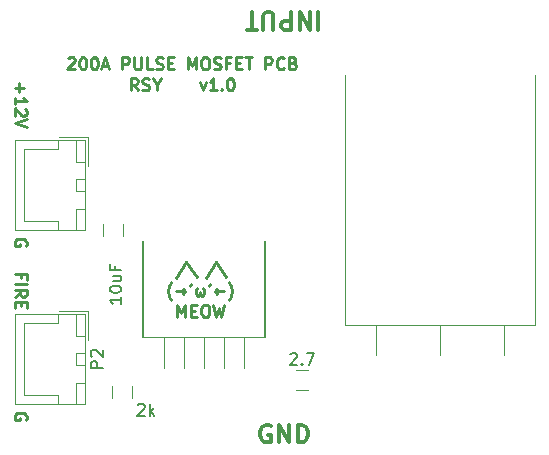
<source format=gto>
G04 #@! TF.FileFunction,Legend,Top*
%FSLAX46Y46*%
G04 Gerber Fmt 4.6, Leading zero omitted, Abs format (unit mm)*
G04 Created by KiCad (PCBNEW 4.0.4-stable) date 04/13/19 01:51:21*
%MOMM*%
%LPD*%
G01*
G04 APERTURE LIST*
%ADD10C,0.100000*%
%ADD11C,0.254000*%
%ADD12C,0.300000*%
%ADD13C,0.120000*%
%ADD14C,0.150000*%
G04 APERTURE END LIST*
D10*
D11*
X142094858Y-97693238D02*
X141224001Y-98999524D01*
X142094858Y-97644857D02*
X142965715Y-98951143D01*
X144610667Y-97693238D02*
X143739810Y-98999524D01*
X144610667Y-97644857D02*
X145481524Y-98951143D01*
X140836952Y-100922667D02*
X140788572Y-100874286D01*
X140691810Y-100729143D01*
X140643429Y-100632381D01*
X140595048Y-100487238D01*
X140546667Y-100245333D01*
X140546667Y-100051810D01*
X140595048Y-99809905D01*
X140643429Y-99664762D01*
X140691810Y-99568000D01*
X140788572Y-99422857D01*
X140836952Y-99374476D01*
X141224000Y-100148571D02*
X141998095Y-100148571D01*
X141804571Y-100342095D02*
X141998095Y-100148571D01*
X141804571Y-99955048D01*
X142530286Y-99519619D02*
X142433524Y-99713143D01*
X143256000Y-100196952D02*
X143256000Y-100390476D01*
X143014096Y-99858286D02*
X142965715Y-99906667D01*
X142917334Y-100003429D01*
X142917334Y-100390476D01*
X142965715Y-100487238D01*
X143062477Y-100535619D01*
X143110858Y-100535619D01*
X143207620Y-100487238D01*
X143256000Y-100390476D01*
X143304381Y-100487238D01*
X143401143Y-100535619D01*
X143449524Y-100535619D01*
X143546286Y-100487238D01*
X143594667Y-100390476D01*
X143594667Y-100003429D01*
X143546286Y-99906667D01*
X143497905Y-99858286D01*
X144078477Y-99519619D02*
X143981715Y-99713143D01*
X145288001Y-100148571D02*
X144513906Y-100148571D01*
X144707430Y-100342095D02*
X144513906Y-100148571D01*
X144707430Y-99955048D01*
X145675049Y-100922667D02*
X145723430Y-100874286D01*
X145820192Y-100729143D01*
X145868573Y-100632381D01*
X145916954Y-100487238D01*
X145965335Y-100245333D01*
X145965335Y-100051810D01*
X145916954Y-99809905D01*
X145868573Y-99664762D01*
X145820192Y-99568000D01*
X145723430Y-99422857D01*
X145675049Y-99374476D01*
X141344953Y-102313619D02*
X141344953Y-101297619D01*
X141683619Y-102023333D01*
X142022286Y-101297619D01*
X142022286Y-102313619D01*
X142506096Y-101781429D02*
X142844762Y-101781429D01*
X142989905Y-102313619D02*
X142506096Y-102313619D01*
X142506096Y-101297619D01*
X142989905Y-101297619D01*
X143618858Y-101297619D02*
X143812381Y-101297619D01*
X143909143Y-101346000D01*
X144005905Y-101442762D01*
X144054286Y-101636286D01*
X144054286Y-101974952D01*
X144005905Y-102168476D01*
X143909143Y-102265238D01*
X143812381Y-102313619D01*
X143618858Y-102313619D01*
X143522096Y-102265238D01*
X143425334Y-102168476D01*
X143376953Y-101974952D01*
X143376953Y-101636286D01*
X143425334Y-101442762D01*
X143522096Y-101346000D01*
X143618858Y-101297619D01*
X144392953Y-101297619D02*
X144634858Y-102313619D01*
X144828381Y-101587905D01*
X145021905Y-102313619D01*
X145263810Y-101297619D01*
X132080001Y-80439381D02*
X132128382Y-80391000D01*
X132225144Y-80342619D01*
X132467048Y-80342619D01*
X132563810Y-80391000D01*
X132612191Y-80439381D01*
X132660572Y-80536143D01*
X132660572Y-80632905D01*
X132612191Y-80778048D01*
X132031620Y-81358619D01*
X132660572Y-81358619D01*
X133289525Y-80342619D02*
X133386286Y-80342619D01*
X133483048Y-80391000D01*
X133531429Y-80439381D01*
X133579810Y-80536143D01*
X133628191Y-80729667D01*
X133628191Y-80971571D01*
X133579810Y-81165095D01*
X133531429Y-81261857D01*
X133483048Y-81310238D01*
X133386286Y-81358619D01*
X133289525Y-81358619D01*
X133192763Y-81310238D01*
X133144382Y-81261857D01*
X133096001Y-81165095D01*
X133047620Y-80971571D01*
X133047620Y-80729667D01*
X133096001Y-80536143D01*
X133144382Y-80439381D01*
X133192763Y-80391000D01*
X133289525Y-80342619D01*
X134257144Y-80342619D02*
X134353905Y-80342619D01*
X134450667Y-80391000D01*
X134499048Y-80439381D01*
X134547429Y-80536143D01*
X134595810Y-80729667D01*
X134595810Y-80971571D01*
X134547429Y-81165095D01*
X134499048Y-81261857D01*
X134450667Y-81310238D01*
X134353905Y-81358619D01*
X134257144Y-81358619D01*
X134160382Y-81310238D01*
X134112001Y-81261857D01*
X134063620Y-81165095D01*
X134015239Y-80971571D01*
X134015239Y-80729667D01*
X134063620Y-80536143D01*
X134112001Y-80439381D01*
X134160382Y-80391000D01*
X134257144Y-80342619D01*
X134982858Y-81068333D02*
X135466667Y-81068333D01*
X134886096Y-81358619D02*
X135224763Y-80342619D01*
X135563429Y-81358619D01*
X136676191Y-81358619D02*
X136676191Y-80342619D01*
X137063238Y-80342619D01*
X137160000Y-80391000D01*
X137208381Y-80439381D01*
X137256762Y-80536143D01*
X137256762Y-80681286D01*
X137208381Y-80778048D01*
X137160000Y-80826429D01*
X137063238Y-80874810D01*
X136676191Y-80874810D01*
X137692191Y-80342619D02*
X137692191Y-81165095D01*
X137740572Y-81261857D01*
X137788953Y-81310238D01*
X137885715Y-81358619D01*
X138079238Y-81358619D01*
X138176000Y-81310238D01*
X138224381Y-81261857D01*
X138272762Y-81165095D01*
X138272762Y-80342619D01*
X139240381Y-81358619D02*
X138756572Y-81358619D01*
X138756572Y-80342619D01*
X139530667Y-81310238D02*
X139675810Y-81358619D01*
X139917714Y-81358619D01*
X140014476Y-81310238D01*
X140062857Y-81261857D01*
X140111238Y-81165095D01*
X140111238Y-81068333D01*
X140062857Y-80971571D01*
X140014476Y-80923190D01*
X139917714Y-80874810D01*
X139724191Y-80826429D01*
X139627429Y-80778048D01*
X139579048Y-80729667D01*
X139530667Y-80632905D01*
X139530667Y-80536143D01*
X139579048Y-80439381D01*
X139627429Y-80391000D01*
X139724191Y-80342619D01*
X139966095Y-80342619D01*
X140111238Y-80391000D01*
X140546667Y-80826429D02*
X140885333Y-80826429D01*
X141030476Y-81358619D02*
X140546667Y-81358619D01*
X140546667Y-80342619D01*
X141030476Y-80342619D01*
X142240000Y-81358619D02*
X142240000Y-80342619D01*
X142578666Y-81068333D01*
X142917333Y-80342619D01*
X142917333Y-81358619D01*
X143594667Y-80342619D02*
X143788190Y-80342619D01*
X143884952Y-80391000D01*
X143981714Y-80487762D01*
X144030095Y-80681286D01*
X144030095Y-81019952D01*
X143981714Y-81213476D01*
X143884952Y-81310238D01*
X143788190Y-81358619D01*
X143594667Y-81358619D01*
X143497905Y-81310238D01*
X143401143Y-81213476D01*
X143352762Y-81019952D01*
X143352762Y-80681286D01*
X143401143Y-80487762D01*
X143497905Y-80391000D01*
X143594667Y-80342619D01*
X144417143Y-81310238D02*
X144562286Y-81358619D01*
X144804190Y-81358619D01*
X144900952Y-81310238D01*
X144949333Y-81261857D01*
X144997714Y-81165095D01*
X144997714Y-81068333D01*
X144949333Y-80971571D01*
X144900952Y-80923190D01*
X144804190Y-80874810D01*
X144610667Y-80826429D01*
X144513905Y-80778048D01*
X144465524Y-80729667D01*
X144417143Y-80632905D01*
X144417143Y-80536143D01*
X144465524Y-80439381D01*
X144513905Y-80391000D01*
X144610667Y-80342619D01*
X144852571Y-80342619D01*
X144997714Y-80391000D01*
X145771809Y-80826429D02*
X145433143Y-80826429D01*
X145433143Y-81358619D02*
X145433143Y-80342619D01*
X145916952Y-80342619D01*
X146304000Y-80826429D02*
X146642666Y-80826429D01*
X146787809Y-81358619D02*
X146304000Y-81358619D01*
X146304000Y-80342619D01*
X146787809Y-80342619D01*
X147078095Y-80342619D02*
X147658666Y-80342619D01*
X147368381Y-81358619D02*
X147368381Y-80342619D01*
X148771428Y-81358619D02*
X148771428Y-80342619D01*
X149158475Y-80342619D01*
X149255237Y-80391000D01*
X149303618Y-80439381D01*
X149351999Y-80536143D01*
X149351999Y-80681286D01*
X149303618Y-80778048D01*
X149255237Y-80826429D01*
X149158475Y-80874810D01*
X148771428Y-80874810D01*
X150367999Y-81261857D02*
X150319618Y-81310238D01*
X150174475Y-81358619D01*
X150077713Y-81358619D01*
X149932571Y-81310238D01*
X149835809Y-81213476D01*
X149787428Y-81116714D01*
X149739047Y-80923190D01*
X149739047Y-80778048D01*
X149787428Y-80584524D01*
X149835809Y-80487762D01*
X149932571Y-80391000D01*
X150077713Y-80342619D01*
X150174475Y-80342619D01*
X150319618Y-80391000D01*
X150367999Y-80439381D01*
X151142094Y-80826429D02*
X151287237Y-80874810D01*
X151335618Y-80923190D01*
X151383999Y-81019952D01*
X151383999Y-81165095D01*
X151335618Y-81261857D01*
X151287237Y-81310238D01*
X151190475Y-81358619D01*
X150803428Y-81358619D01*
X150803428Y-80342619D01*
X151142094Y-80342619D01*
X151238856Y-80391000D01*
X151287237Y-80439381D01*
X151335618Y-80536143D01*
X151335618Y-80632905D01*
X151287237Y-80729667D01*
X151238856Y-80778048D01*
X151142094Y-80826429D01*
X150803428Y-80826429D01*
X137982477Y-83136619D02*
X137643811Y-82652810D01*
X137401906Y-83136619D02*
X137401906Y-82120619D01*
X137788953Y-82120619D01*
X137885715Y-82169000D01*
X137934096Y-82217381D01*
X137982477Y-82314143D01*
X137982477Y-82459286D01*
X137934096Y-82556048D01*
X137885715Y-82604429D01*
X137788953Y-82652810D01*
X137401906Y-82652810D01*
X138369525Y-83088238D02*
X138514668Y-83136619D01*
X138756572Y-83136619D01*
X138853334Y-83088238D01*
X138901715Y-83039857D01*
X138950096Y-82943095D01*
X138950096Y-82846333D01*
X138901715Y-82749571D01*
X138853334Y-82701190D01*
X138756572Y-82652810D01*
X138563049Y-82604429D01*
X138466287Y-82556048D01*
X138417906Y-82507667D01*
X138369525Y-82410905D01*
X138369525Y-82314143D01*
X138417906Y-82217381D01*
X138466287Y-82169000D01*
X138563049Y-82120619D01*
X138804953Y-82120619D01*
X138950096Y-82169000D01*
X139579049Y-82652810D02*
X139579049Y-83136619D01*
X139240382Y-82120619D02*
X139579049Y-82652810D01*
X139917715Y-82120619D01*
X143256000Y-82459286D02*
X143497905Y-83136619D01*
X143739809Y-82459286D01*
X144659047Y-83136619D02*
X144078476Y-83136619D01*
X144368762Y-83136619D02*
X144368762Y-82120619D01*
X144272000Y-82265762D01*
X144175238Y-82362524D01*
X144078476Y-82410905D01*
X145094476Y-83039857D02*
X145142857Y-83088238D01*
X145094476Y-83136619D01*
X145046095Y-83088238D01*
X145094476Y-83039857D01*
X145094476Y-83136619D01*
X145771810Y-82120619D02*
X145868571Y-82120619D01*
X145965333Y-82169000D01*
X146013714Y-82217381D01*
X146062095Y-82314143D01*
X146110476Y-82507667D01*
X146110476Y-82749571D01*
X146062095Y-82943095D01*
X146013714Y-83039857D01*
X145965333Y-83088238D01*
X145868571Y-83136619D01*
X145771810Y-83136619D01*
X145675048Y-83088238D01*
X145626667Y-83039857D01*
X145578286Y-82943095D01*
X145529905Y-82749571D01*
X145529905Y-82507667D01*
X145578286Y-82314143D01*
X145626667Y-82217381D01*
X145675048Y-82169000D01*
X145771810Y-82120619D01*
X127943429Y-82537905D02*
X127943429Y-83312000D01*
X127556381Y-82924952D02*
X128330476Y-82924952D01*
X127556381Y-84328000D02*
X127556381Y-83747429D01*
X127556381Y-84037715D02*
X128572381Y-84037715D01*
X128427238Y-83940953D01*
X128330476Y-83844191D01*
X128282095Y-83747429D01*
X128475619Y-84715048D02*
X128524000Y-84763429D01*
X128572381Y-84860191D01*
X128572381Y-85102095D01*
X128524000Y-85198857D01*
X128475619Y-85247238D01*
X128378857Y-85295619D01*
X128282095Y-85295619D01*
X128136952Y-85247238D01*
X127556381Y-84666667D01*
X127556381Y-85295619D01*
X128572381Y-85585905D02*
X127556381Y-85924572D01*
X128572381Y-86263238D01*
X128524000Y-96278095D02*
X128572381Y-96181333D01*
X128572381Y-96036190D01*
X128524000Y-95891048D01*
X128427238Y-95794286D01*
X128330476Y-95745905D01*
X128136952Y-95697524D01*
X127991810Y-95697524D01*
X127798286Y-95745905D01*
X127701524Y-95794286D01*
X127604762Y-95891048D01*
X127556381Y-96036190D01*
X127556381Y-96132952D01*
X127604762Y-96278095D01*
X127653143Y-96326476D01*
X127991810Y-96326476D01*
X127991810Y-96132952D01*
X128524000Y-111010095D02*
X128572381Y-110913333D01*
X128572381Y-110768190D01*
X128524000Y-110623048D01*
X128427238Y-110526286D01*
X128330476Y-110477905D01*
X128136952Y-110429524D01*
X127991810Y-110429524D01*
X127798286Y-110477905D01*
X127701524Y-110526286D01*
X127604762Y-110623048D01*
X127556381Y-110768190D01*
X127556381Y-110864952D01*
X127604762Y-111010095D01*
X127653143Y-111058476D01*
X127991810Y-111058476D01*
X127991810Y-110864952D01*
X128088571Y-99011619D02*
X128088571Y-98672953D01*
X127556381Y-98672953D02*
X128572381Y-98672953D01*
X128572381Y-99156762D01*
X127556381Y-99543810D02*
X128572381Y-99543810D01*
X127556381Y-100608191D02*
X128040190Y-100269525D01*
X127556381Y-100027620D02*
X128572381Y-100027620D01*
X128572381Y-100414667D01*
X128524000Y-100511429D01*
X128475619Y-100559810D01*
X128378857Y-100608191D01*
X128233714Y-100608191D01*
X128136952Y-100559810D01*
X128088571Y-100511429D01*
X128040190Y-100414667D01*
X128040190Y-100027620D01*
X128088571Y-101043620D02*
X128088571Y-101382286D01*
X127556381Y-101527429D02*
X127556381Y-101043620D01*
X128572381Y-101043620D01*
X128572381Y-101527429D01*
D12*
X149225143Y-111518000D02*
X149082286Y-111446571D01*
X148868000Y-111446571D01*
X148653715Y-111518000D01*
X148510857Y-111660857D01*
X148439429Y-111803714D01*
X148368000Y-112089429D01*
X148368000Y-112303714D01*
X148439429Y-112589429D01*
X148510857Y-112732286D01*
X148653715Y-112875143D01*
X148868000Y-112946571D01*
X149010857Y-112946571D01*
X149225143Y-112875143D01*
X149296572Y-112803714D01*
X149296572Y-112303714D01*
X149010857Y-112303714D01*
X149939429Y-112946571D02*
X149939429Y-111446571D01*
X150796572Y-112946571D01*
X150796572Y-111446571D01*
X151510858Y-112946571D02*
X151510858Y-111446571D01*
X151868001Y-111446571D01*
X152082286Y-111518000D01*
X152225144Y-111660857D01*
X152296572Y-111803714D01*
X152368001Y-112089429D01*
X152368001Y-112303714D01*
X152296572Y-112589429D01*
X152225144Y-112732286D01*
X152082286Y-112875143D01*
X151868001Y-112946571D01*
X151510858Y-112946571D01*
X153260857Y-76537429D02*
X153260857Y-78037429D01*
X152546571Y-76537429D02*
X152546571Y-78037429D01*
X151689428Y-76537429D01*
X151689428Y-78037429D01*
X150975142Y-76537429D02*
X150975142Y-78037429D01*
X150403714Y-78037429D01*
X150260856Y-77966000D01*
X150189428Y-77894571D01*
X150117999Y-77751714D01*
X150117999Y-77537429D01*
X150189428Y-77394571D01*
X150260856Y-77323143D01*
X150403714Y-77251714D01*
X150975142Y-77251714D01*
X149475142Y-78037429D02*
X149475142Y-76823143D01*
X149403714Y-76680286D01*
X149332285Y-76608857D01*
X149189428Y-76537429D01*
X148903714Y-76537429D01*
X148760856Y-76608857D01*
X148689428Y-76680286D01*
X148617999Y-76823143D01*
X148617999Y-78037429D01*
X148117999Y-78037429D02*
X147260856Y-78037429D01*
X147689427Y-76537429D02*
X147689427Y-78037429D01*
D13*
X151392000Y-108546000D02*
X152392000Y-108546000D01*
X152392000Y-106846000D02*
X151392000Y-106846000D01*
X135802000Y-108212000D02*
X135802000Y-109212000D01*
X137502000Y-109212000D02*
X137502000Y-108212000D01*
X133514000Y-102098000D02*
X127564000Y-102098000D01*
X127564000Y-102098000D02*
X127564000Y-109698000D01*
X127564000Y-109698000D02*
X133514000Y-109698000D01*
X133514000Y-109698000D02*
X133514000Y-102098000D01*
X133514000Y-105398000D02*
X132764000Y-105398000D01*
X132764000Y-105398000D02*
X132764000Y-106398000D01*
X132764000Y-106398000D02*
X133514000Y-106398000D01*
X133514000Y-106398000D02*
X133514000Y-105398000D01*
X133514000Y-102098000D02*
X132764000Y-102098000D01*
X132764000Y-102098000D02*
X132764000Y-103898000D01*
X132764000Y-103898000D02*
X133514000Y-103898000D01*
X133514000Y-103898000D02*
X133514000Y-102098000D01*
X133514000Y-107898000D02*
X132764000Y-107898000D01*
X132764000Y-107898000D02*
X132764000Y-109698000D01*
X132764000Y-109698000D02*
X133514000Y-109698000D01*
X133514000Y-109698000D02*
X133514000Y-107898000D01*
X131264000Y-102098000D02*
X131264000Y-102848000D01*
X131264000Y-102848000D02*
X128314000Y-102848000D01*
X128314000Y-102848000D02*
X128314000Y-105898000D01*
X131264000Y-109698000D02*
X131264000Y-108948000D01*
X131264000Y-108948000D02*
X128314000Y-108948000D01*
X128314000Y-108948000D02*
X128314000Y-105898000D01*
X133814000Y-104298000D02*
X133814000Y-101798000D01*
X133814000Y-101798000D02*
X131314000Y-101798000D01*
X133514000Y-87366000D02*
X127564000Y-87366000D01*
X127564000Y-87366000D02*
X127564000Y-94966000D01*
X127564000Y-94966000D02*
X133514000Y-94966000D01*
X133514000Y-94966000D02*
X133514000Y-87366000D01*
X133514000Y-90666000D02*
X132764000Y-90666000D01*
X132764000Y-90666000D02*
X132764000Y-91666000D01*
X132764000Y-91666000D02*
X133514000Y-91666000D01*
X133514000Y-91666000D02*
X133514000Y-90666000D01*
X133514000Y-87366000D02*
X132764000Y-87366000D01*
X132764000Y-87366000D02*
X132764000Y-89166000D01*
X132764000Y-89166000D02*
X133514000Y-89166000D01*
X133514000Y-89166000D02*
X133514000Y-87366000D01*
X133514000Y-93166000D02*
X132764000Y-93166000D01*
X132764000Y-93166000D02*
X132764000Y-94966000D01*
X132764000Y-94966000D02*
X133514000Y-94966000D01*
X133514000Y-94966000D02*
X133514000Y-93166000D01*
X131264000Y-87366000D02*
X131264000Y-88116000D01*
X131264000Y-88116000D02*
X128314000Y-88116000D01*
X128314000Y-88116000D02*
X128314000Y-91166000D01*
X131264000Y-94966000D02*
X131264000Y-94216000D01*
X131264000Y-94216000D02*
X128314000Y-94216000D01*
X128314000Y-94216000D02*
X128314000Y-91166000D01*
X133814000Y-89566000D02*
X133814000Y-87066000D01*
X133814000Y-87066000D02*
X131314000Y-87066000D01*
X136740000Y-95496000D02*
X136740000Y-94496000D01*
X135040000Y-94496000D02*
X135040000Y-95496000D01*
D14*
X138430000Y-104013000D02*
X138430000Y-95885000D01*
X148717000Y-104013000D02*
X148717000Y-95885000D01*
D13*
X138487000Y-104006000D02*
X148728000Y-104006000D01*
X140208000Y-104006000D02*
X140208000Y-106646000D01*
X141908000Y-104006000D02*
X141908000Y-106646000D01*
X143608000Y-104006000D02*
X143608000Y-106646000D01*
X145308000Y-104006000D02*
X145308000Y-106646000D01*
X147008000Y-104006000D02*
X147008000Y-106646000D01*
X155495000Y-102990000D02*
X171635000Y-102990000D01*
X155495000Y-81800000D02*
X155495000Y-102990000D01*
X171635000Y-81800000D02*
X171635000Y-102990000D01*
X158115000Y-102990000D02*
X158115000Y-105550000D01*
X163565000Y-102990000D02*
X163565000Y-105550000D01*
X169015000Y-102990000D02*
X169015000Y-105550000D01*
D14*
X150892000Y-105493619D02*
X150939619Y-105446000D01*
X151034857Y-105398381D01*
X151272953Y-105398381D01*
X151368191Y-105446000D01*
X151415810Y-105493619D01*
X151463429Y-105588857D01*
X151463429Y-105684095D01*
X151415810Y-105826952D01*
X150844381Y-106398381D01*
X151463429Y-106398381D01*
X151892000Y-106303143D02*
X151939619Y-106350762D01*
X151892000Y-106398381D01*
X151844381Y-106350762D01*
X151892000Y-106303143D01*
X151892000Y-106398381D01*
X152272952Y-105398381D02*
X152939619Y-105398381D01*
X152511047Y-106398381D01*
X137993524Y-109783619D02*
X138041143Y-109736000D01*
X138136381Y-109688381D01*
X138374477Y-109688381D01*
X138469715Y-109736000D01*
X138517334Y-109783619D01*
X138564953Y-109878857D01*
X138564953Y-109974095D01*
X138517334Y-110116952D01*
X137945905Y-110688381D01*
X138564953Y-110688381D01*
X138993524Y-110688381D02*
X138993524Y-109688381D01*
X139088762Y-110307429D02*
X139374477Y-110688381D01*
X139374477Y-110021714D02*
X138993524Y-110402667D01*
X135016381Y-106636095D02*
X134016381Y-106636095D01*
X134016381Y-106255142D01*
X134064000Y-106159904D01*
X134111619Y-106112285D01*
X134206857Y-106064666D01*
X134349714Y-106064666D01*
X134444952Y-106112285D01*
X134492571Y-106159904D01*
X134540190Y-106255142D01*
X134540190Y-106636095D01*
X134111619Y-105683714D02*
X134064000Y-105636095D01*
X134016381Y-105540857D01*
X134016381Y-105302761D01*
X134064000Y-105207523D01*
X134111619Y-105159904D01*
X134206857Y-105112285D01*
X134302095Y-105112285D01*
X134444952Y-105159904D01*
X135016381Y-105731333D01*
X135016381Y-105112285D01*
X136596381Y-100639428D02*
X136596381Y-101210857D01*
X136596381Y-100925143D02*
X135596381Y-100925143D01*
X135739238Y-101020381D01*
X135834476Y-101115619D01*
X135882095Y-101210857D01*
X135596381Y-100020381D02*
X135596381Y-99925142D01*
X135644000Y-99829904D01*
X135691619Y-99782285D01*
X135786857Y-99734666D01*
X135977333Y-99687047D01*
X136215429Y-99687047D01*
X136405905Y-99734666D01*
X136501143Y-99782285D01*
X136548762Y-99829904D01*
X136596381Y-99925142D01*
X136596381Y-100020381D01*
X136548762Y-100115619D01*
X136501143Y-100163238D01*
X136405905Y-100210857D01*
X136215429Y-100258476D01*
X135977333Y-100258476D01*
X135786857Y-100210857D01*
X135691619Y-100163238D01*
X135644000Y-100115619D01*
X135596381Y-100020381D01*
X135929714Y-98829904D02*
X136596381Y-98829904D01*
X135929714Y-99258476D02*
X136453524Y-99258476D01*
X136548762Y-99210857D01*
X136596381Y-99115619D01*
X136596381Y-98972761D01*
X136548762Y-98877523D01*
X136501143Y-98829904D01*
X136072571Y-98020380D02*
X136072571Y-98353714D01*
X136596381Y-98353714D02*
X135596381Y-98353714D01*
X135596381Y-97877523D01*
M02*

</source>
